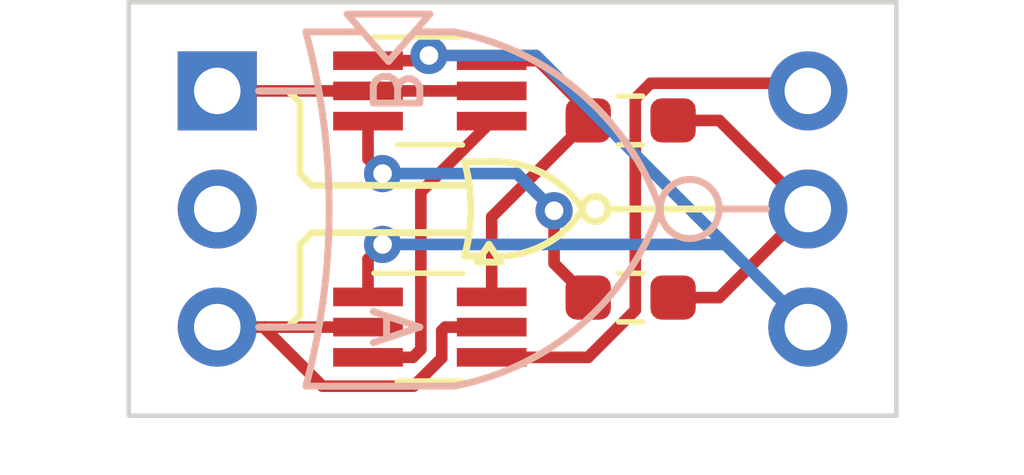
<source format=kicad_pcb>
(kicad_pcb (version 20241229) (generator "pcbnew") (generator_version "9.0")
  (layers (0 "F.Cu" signal) (2 "B.Cu" signal) (13 "F.Paste" user) (15 "B.Paste" user) (5 "F.SilkS" user "F.Silkscreen") (7 "B.SilkS" user "B.Silkscreen") (1 "F.Mask" user) (3 "B.Mask" user) (25 "Edge.Cuts" user))
  (net 0 "")
  (net 1 "B")
  (net 3 "A")
  (net 4 "VDD")
  (net 5 "Out")
  (net 6 "VSS")
  (net 7 "Net-(Q1-Pad3)")
  (net 8 "Net-(Q1-Pad6)")
  (net 9 "Net-(Q2-Pad3)")
  (footprint "Resistor_SMD:R_0603_1608Metric_Pad0.98x0.95mm_HandSolder" (layer "F.Cu") (at 151.13 99.695 180)
    (property "Reference" "R2" (hide yes))
    (property "Value" "12k")
    (fp_line (start -0.254724 0.5225) (end 0.254724 0.5225) (stroke (width 0.12)) (layer "F.SilkS"))
    (fp_line (start -0.254724 -0.5225) (end 0.254724 -0.5225) (stroke (width 0.12)) (layer "F.SilkS"))
    (pad "1" smd roundrect (at -0.9125 0 180) (size 0.975 0.95) (layers "F.Cu" "F.Mask" "F.Paste") (net 5 "Out"))
    (pad "2" smd roundrect (at 0.9125 0 180) (size 0.975 0.95) (layers "F.Cu" "F.Mask" "F.Paste") (net 8 "Net-(Q1-Pad6)"))
  )
  (footprint "Tritium:PinHeader_1x03_P2.54mm_Vertical_NoSilkscreen" (layer "F.Cu") (at 154.94 99.06)
    (property "Reference" "J2" (hide yes))
    (property "Value" "Conn_01x03")
    (pad "1" thru_hole circle (at 0 0) (size 1.7 1.7) (drill 1) (layers "*.Cu" "*.Mask") (net 4 "VDD"))
    (pad "2" thru_hole oval (at 0 2.54) (size 1.7 1.7) (drill 1) (layers "*.Cu" "*.Mask") (net 5 "Out"))
    (pad "3" thru_hole oval (at 0 5.08) (size 1.7 1.7) (drill 1) (layers "*.Cu" "*.Mask") (net 6 "VSS"))
  )
  (footprint "Resistor_SMD:R_0603_1608Metric_Pad0.98x0.95mm_HandSolder" (layer "F.Cu") (at 151.13 103.505)
    (property "Reference" "R1" (hide yes))
    (property "Value" "12k")
    (fp_line (start -0.254724 -0.5225) (end 0.254724 -0.5225) (stroke (width 0.12)) (layer "F.SilkS"))
    (fp_line (start -0.254724 0.5225) (end 0.254724 0.5225) (stroke (width 0.12)) (layer "F.SilkS"))
    (pad "1" smd roundrect (at -0.9125 0) (size 0.975 0.95) (layers "F.Cu" "F.Mask" "F.Paste") (net 9 "Net-(Q2-Pad3)"))
    (pad "2" smd roundrect (at 0.9125 0) (size 0.975 0.95) (layers "F.Cu" "F.Mask" "F.Paste") (net 5 "Out"))
  )
  (footprint "Tritium:PinHeader_1x03_P2.54mm_Vertical_NoSilkscreen" (layer "F.Cu") (at 142.24 99.06)
    (property "Reference" "J1" (hide yes))
    (property "Value" "Conn_01x03")
    (pad "1" thru_hole rect (at 0 0) (size 1.7 1.7) (drill 1) (layers "*.Cu" "*.Mask") (net 1 "B"))
    (pad "2" thru_hole oval (at 0 2.54) (size 1.7 1.7) (drill 1) (layers "*.Cu" "*.Mask"))
    (pad "3" thru_hole oval (at 0 5.08) (size 1.7 1.7) (drill 1) (layers "*.Cu" "*.Mask") (net 3 "A"))
  )
  (footprint "Package_TO_SOT_SMD:SOT-363_SC-70-6_Handsoldering" (layer "F.Cu") (at 146.812 99.06)
    (property "Reference" "Q2" (hide yes))
    (property "Value" "BSS8402DW-7-F")
    (fp_line (start -0.7 1.16) (end 0.7 1.16) (stroke (width 0.12)) (layer "F.SilkS"))
    (fp_line (start 0.7 -1.16) (end -1.2 -1.16) (stroke (width 0.12)) (layer "F.SilkS"))
    (pad "1" smd rect (at -1.33 -0.65) (size 1.5 0.4) (layers "F.Cu" "F.Mask" "F.Paste") (net 6 "VSS"))
    (pad "2" smd rect (at -1.33 0) (size 1.5 0.4) (layers "F.Cu" "F.Mask" "F.Paste") (net 1 "B"))
    (pad "3" smd rect (at -1.33 0.65) (size 1.5 0.4) (layers "F.Cu" "F.Mask" "F.Paste") (net 9 "Net-(Q2-Pad3)"))
    (pad "4" smd rect (at 1.33 0.65) (size 1.5 0.4) (layers "F.Cu" "F.Mask" "F.Paste") (net 7 "Net-(Q1-Pad3)"))
    (pad "5" smd rect (at 1.33 0) (size 1.5 0.4) (layers "F.Cu" "F.Mask" "F.Paste") (net 1 "B"))
    (pad "6" smd rect (at 1.33 -0.65) (size 1.5 0.4) (layers "F.Cu" "F.Mask" "F.Paste") (net 8 "Net-(Q1-Pad6)"))
  )
  (footprint "Package_TO_SOT_SMD:SOT-363_SC-70-6_Handsoldering" (layer "F.Cu") (at 146.812 104.14)
    (property "Reference" "Q1" (hide yes))
    (property "Value" "BSS8402DW-7-F")
    (fp_line (start -0.7 1.16) (end 0.7 1.16) (stroke (width 0.12)) (layer "F.SilkS"))
    (fp_line (start 0.7 -1.16) (end -1.2 -1.16) (stroke (width 0.12)) (layer "F.SilkS"))
    (pad "1" smd rect (at -1.33 -0.65) (size 1.5 0.4) (layers "F.Cu" "F.Mask" "F.Paste") (net 6 "VSS"))
    (pad "2" smd rect (at -1.33 0) (size 1.5 0.4) (layers "F.Cu" "F.Mask" "F.Paste") (net 3 "A"))
    (pad "3" smd rect (at -1.33 0.65) (size 1.5 0.4) (layers "F.Cu" "F.Mask" "F.Paste") (net 7 "Net-(Q1-Pad3)"))
    (pad "4" smd rect (at 1.33 0.65) (size 1.5 0.4) (layers "F.Cu" "F.Mask" "F.Paste") (net 4 "VDD"))
    (pad "5" smd rect (at 1.33 0) (size 1.5 0.4) (layers "F.Cu" "F.Mask" "F.Paste") (net 3 "A"))
    (pad "6" smd rect (at 1.33 -0.65) (size 1.5 0.4) (layers "F.Cu" "F.Mask" "F.Paste") (net 8 "Net-(Q1-Pad6)"))
  )
  (gr_arc (start 147.55814 100.584) (mid 147.6919 101.6) (end 147.55814 102.616) (stroke (width 0.15)) (layer "F.SilkS"))
  (gr_arc (start 150.098141 101.6) (mid 149.323048 102.342429) (end 148.2852 102.616) (stroke (width 0.15)) (layer "F.SilkS"))
  (gr_line (start 147.574 101.092) (end 147.32 101.092) (stroke (width 0.15)) (layer "F.SilkS"))
  (gr_line (start 147.828 102.743) (end 148.336 102.743) (stroke (width 0.15)) (layer "F.SilkS"))
  (gr_line (start 144.018 100.838) (end 144.018 99.314) (stroke (width 0.15)) (layer "F.SilkS"))
  (gr_line (start 147.55814 100.584) (end 148.066141 100.584) (stroke (width 0.15)) (layer "F.SilkS"))
  (gr_line (start 144.018 102.362) (end 144.018 103.886) (stroke (width 0.15)) (layer "F.SilkS"))
  (gr_line (start 144.272 101.092) (end 144.018 100.838) (stroke (width 0.15)) (layer "F.SilkS"))
  (gr_line (start 144.272 102.108) (end 144.018 102.362) (stroke (width 0.15)) (layer "F.SilkS"))
  (gr_line (start 144.018 103.886) (end 143.764 104.14) (stroke (width 0.15)) (layer "F.SilkS"))
  (gr_line (start 147.574 102.108) (end 147.32 102.108) (stroke (width 0.15)) (layer "F.SilkS"))
  (gr_line (start 147.32 102.108) (end 144.272 102.108) (stroke (width 0.15)) (layer "F.SilkS"))
  (gr_line (start 143.764 99.06) (end 144.018 99.314) (stroke (width 0.15)) (layer "F.SilkS"))
  (gr_line (start 143.764 104.14) (end 143.1544 104.14) (stroke (width 0.15)) (layer "F.SilkS"))
  (gr_line (start 148.082 102.362) (end 147.828 102.743) (stroke (width 0.15)) (layer "F.SilkS"))
  (gr_line (start 148.336 102.743) (end 148.082 102.362) (stroke (width 0.15)) (layer "F.SilkS"))
  (gr_arc (start 148.066141 100.584001) (mid 149.218261 100.819761) (end 150.098141 101.6) (stroke (width 0.15)) (layer "F.SilkS"))
  (gr_line (start 143.764 99.06) (end 143.1544 99.06) (stroke (width 0.15)) (layer "F.SilkS"))
  (gr_line (start 147.32 101.092) (end 144.272 101.092) (stroke (width 0.15)) (layer "F.SilkS"))
  (gr_line (start 150.637859 101.6) (end 154.0256 101.6) (stroke (width 0.15)) (layer "F.SilkS"))
  (gr_line (start 147.55814 102.616) (end 147.8788 102.616) (stroke (width 0.15)) (layer "F.SilkS"))
  (gr_circle (center 150.368 101.6) (end 150.098141 101.6) (stroke (width 0.15)) (fill no) (layer "F.SilkS"))
  (gr_line (start 144.399 104.14) (end 143.129 104.14) (stroke (width 0.15)) (layer "B.SilkS"))
  (gr_line (start 147.32 97.79) (end 146.5072 97.79) (stroke (width 0.15)) (layer "B.SilkS"))
  (gr_arc (start 151.764999 101.6) (mid 150.052927 104.100499) (end 147.32 105.41) (stroke (width 0.15)) (layer "B.SilkS"))
  (gr_arc (start 144.144999 97.79) (mid 144.646596 101.6) (end 144.144999 105.41) (stroke (width 0.15)) (layer "B.SilkS"))
  (gr_line (start 144.144999 105.41) (end 147.32 105.41) (stroke (width 0.15)) (layer "B.SilkS"))
  (gr_arc (start 147.32 97.79) (mid 150.052947 99.099478) (end 151.765 101.6) (stroke (width 0.15)) (layer "B.SilkS"))
  (gr_line (start 144.399 99.06) (end 143.129 99.06) (stroke (width 0.15)) (layer "B.SilkS"))
  (gr_line (start 145.034 97.409) (end 146.812 97.409) (stroke (width 0.15)) (layer "B.SilkS"))
  (gr_line (start 146.812 97.409) (end 145.923 98.425) (stroke (width 0.15)) (layer "B.SilkS"))
  (gr_line (start 144.144999 97.79) (end 145.3388 97.79) (stroke (width 0.15)) (layer "B.SilkS"))
  (gr_line (start 145.923 98.425) (end 145.034 97.409) (stroke (width 0.15)) (layer "B.SilkS"))
  (gr_circle (center 152.4 101.6) (end 153.035 101.6) (stroke (width 0.15)) (fill no) (layer "B.SilkS"))
  (gr_line (start 153.035 101.6) (end 154.051 101.6) (stroke (width 0.15)) (layer "B.SilkS"))
  (gr_line (start 140.335 97.155) (end 156.845 97.155) (stroke (width 0.1)) (layer "Edge.Cuts"))
  (gr_line (start 156.845 97.155) (end 156.845 106.045) (stroke (width 0.1)) (layer "Edge.Cuts"))
  (gr_line (start 156.845 106.045) (end 140.335 106.045) (stroke (width 0.1)) (layer "Edge.Cuts"))
  (gr_line (start 140.335 106.045) (end 140.335 97.155) (stroke (width 0.1)) (layer "Edge.Cuts"))
  (gr_text "B" (at 146.05 99.06 270) (layer "B.SilkS") (effects (font (size 1 1)) (justify mirror)))
  (gr_text "A" (at 146.05 104.14 270) (layer "B.SilkS") (effects (font (size 1 1)) (justify mirror)))
  (segment (start 142.24 99.06) (end 145.482 99.06) (width 0.25) (layer "F.Cu") (net 1))
  (segment (start 148.142 99.06) (end 145.482 99.06) (width 0.25) (layer "F.Cu") (net 1))
  (segment (start 144.502 105.41) (end 143.256 104.164) (width 0.25) (layer "F.Cu") (net 3))
  (segment (start 145.482 104.14) (end 143.256 104.14) (width 0.25) (layer "F.Cu") (net 3))
  (segment (start 143.256 104.164) (end 143.256 104.14) (width 0.25) (layer "F.Cu") (net 3))
  (segment (start 148.142 104.14) (end 147.142 104.14) (width 0.25) (layer "F.Cu") (net 3))
  (segment (start 147.0675 104.2145) (end 147.0675 104.8045) (width 0.25) (layer "F.Cu") (net 3))
  (segment (start 147.0675 104.8045) (end 146.462 105.41) (width 0.25) (layer "F.Cu") (net 3))
  (segment (start 146.462 105.41) (end 144.502 105.41) (width 0.25) (layer "F.Cu") (net 3))
  (segment (start 143.256 104.14) (end 142.24 104.14) (width 0.25) (layer "F.Cu") (net 3))
  (segment (start 147.142 104.14) (end 147.0675 104.2145) (width 0.25) (layer "F.Cu") (net 3))
  (segment (start 150.215495 104.79) (end 151.23 103.775495) (width 0.25) (layer "F.Cu") (net 4))
  (segment (start 154.7755 98.8955) (end 154.94 99.06) (width 0.25) (layer "F.Cu") (net 4))
  (segment (start 151.559005 98.8955) (end 154.7755 98.8955) (width 0.25) (layer "F.Cu") (net 4))
  (segment (start 148.142 104.79) (end 150.215495 104.79) (width 0.25) (layer "F.Cu") (net 4))
  (segment (start 151.23 103.775495) (end 151.23 99.224505) (width 0.25) (layer "F.Cu") (net 4))
  (segment (start 151.23 99.224505) (end 151.559005 98.8955) (width 0.25) (layer "F.Cu") (net 4))
  (segment (start 152.0425 99.695) (end 153.035 99.695) (width 0.25) (layer "F.Cu") (net 5))
  (segment (start 153.035 99.695) (end 154.94 101.6) (width 0.25) (layer "F.Cu") (net 5))
  (segment (start 152.0425 103.505) (end 153.035 103.505) (width 0.25) (layer "F.Cu") (net 5))
  (segment (start 153.035 103.505) (end 154.94 101.6) (width 0.25) (layer "F.Cu") (net 5))
  (segment (start 145.482 103.49) (end 145.482 102.676) (width 0.25) (layer "F.Cu") (net 6))
  (segment (start 145.482 102.676) (end 145.796 102.362) (width 0.25) (layer "F.Cu") (net 6))
  (segment (start 145.482 98.41) (end 146.680498 98.41) (width 0.25) (layer "F.Cu") (net 6))
  (segment (start 146.680498 98.41) (end 146.792498 98.298) (width 0.25) (layer "F.Cu") (net 6))
  (via (at 145.796 102.362) (size 0.8) (drill 0.4) (layers "F.Cu" "B.Cu") (net 6))
  (via (at 146.792498 98.298) (size 0.8) (drill 0.4) (layers "F.Cu" "B.Cu") (net 6))
  (segment (start 146.792498 98.298) (end 149.098 98.298) (width 0.25) (layer "B.Cu") (net 6))
  (segment (start 145.796 102.362) (end 153.162 102.362) (width 0.25) (layer "B.Cu") (net 6))
  (segment (start 149.098 98.298) (end 154.94 104.14) (width 0.25) (layer "B.Cu") (net 6))
  (segment (start 153.162 102.362) (end 154.94 104.14) (width 0.25) (layer "B.Cu") (net 6))
  (segment (start 146.44631 104.79) (end 146.617999 104.618311) (width 0.25) (layer "F.Cu") (net 7))
  (segment (start 145.482 104.79) (end 146.44631 104.79) (width 0.25) (layer "F.Cu") (net 7))
  (segment (start 146.617999 101.234001) (end 148.142 99.71) (width 0.25) (layer "F.Cu") (net 7))
  (segment (start 146.617999 104.618311) (end 146.617999 101.234001) (width 0.25) (layer "F.Cu") (net 7))
  (segment (start 148.142 101.7705) (end 150.2175 99.695) (width 0.25) (layer "F.Cu") (net 8))
  (segment (start 149.142 98.41) (end 150.2175 99.4855) (width 0.25) (layer "F.Cu") (net 8))
  (segment (start 150.2175 99.4855) (end 150.2175 99.695) (width 0.25) (layer "F.Cu") (net 8))
  (segment (start 148.142 103.49) (end 148.142 101.7705) (width 0.25) (layer "F.Cu") (net 8))
  (segment (start 148.142 98.41) (end 149.142 98.41) (width 0.25) (layer "F.Cu") (net 8))
  (segment (start 150.2175 103.505) (end 149.483299 102.770799) (width 0.25) (layer "F.Cu") (net 9))
  (segment (start 145.482 100.27) (end 145.482 100.524) (width 0.25) (layer "F.Cu") (net 9))
  (segment (start 145.482 99.71) (end 145.482 100.27) (width 0.25) (layer "F.Cu") (net 9))
  (segment (start 145.482 100.524) (end 145.796 100.838) (width 0.25) (layer "F.Cu") (net 9))
  (segment (start 149.483299 102.770799) (end 149.483299 101.6375) (width 0.25) (layer "F.Cu") (net 9))
  (via (at 145.796 100.838) (size 0.8) (drill 0.4) (layers "F.Cu" "B.Cu") (net 9))
  (via (at 149.483299 101.6375) (size 0.8) (drill 0.4) (layers "F.Cu" "B.Cu") (net 9))
  (segment (start 145.796 100.838) (end 148.683799 100.838) (width 0.25) (layer "B.Cu") (net 9))
  (segment (start 148.683799 100.838) (end 149.483299 101.6375) (width 0.25) (layer "B.Cu") (net 9))
)
</source>
